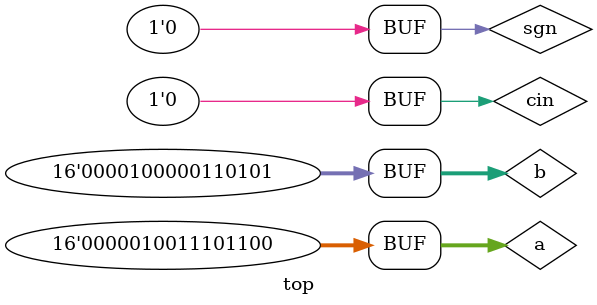
<source format=v>
module top ;

// reg [16:1] a;
// reg [16:1] b;

reg [15:0] a;
reg [15:0] b;
reg cin;
reg sgn;
	// Outputs
// wire [16:1] sum;
// wire [16:1] carry1;
// wire [16:0][1:0]carry;
wire [15:0] ans1;
wire cout;
wire select1;
// RCA16bit m1(a,b,cin,sum,cout);
addsub m2(a,b,sgn,5'd16,ans1,select1);

initial
begin

#10;
    a = 16'b0000000000000000;b=16'b0000000000000000;cin = 1'b0;#10;sgn = 1;
    a = 16'b0000000000000001;b=16'b0000000000000000;cin = 1'b0;#10;sgn = 1;
     a = 16'b0000000000000011;b=16'b0000000000000011;cin = 1'b0; #10;sgn = 1;
     a = 16'b0000000000001011;b=16'b0000000000000111;cin = 1'b0; #10;sgn = 1;
     a = 16'b0000001100001111;b=16'b0000000000001111;cin = 1'b0; #10;sgn = 1;
    // a = 16'd12;b=16'd24;cin = 1'b1; #10;sgn = 1;
    a = 16'b0000001100001111;b=16'b0000000000101111;cin = 1'b0; #10;sgn = 1;
    a = 16'b0000001100001111;b=16'b0000000010001011;cin = 1'b0; #10;sgn = 1;
    a = 16'b0000001100001111;b=16'b0000000000011101;cin = 1'b0; #10;sgn = 1;
    a = 16'b0000001100001111;b=16'b0000000001001111;cin = 1'b0; #10;sgn = 1;
    a = 16'b0000000001010110;b=16'b0000000001011101;cin = 1'b0; #10;sgn = 1;
    a = 16'd5560;b=16'd8101;cin = 1'b0; #10;sgn = 1;
    a = 16'd61560;b=16'd60101;cin = 1'b0;sgn = 0; #10;
    a = 16'd1560;b=16'd100;cin = 1'b0; #10;sgn = 0;
    a = 16'd1260;b=16'd1101;cin = 1'b0; #10;sgn = 0;
    a = 16'd1560;b=16'd100;cin = 1'b0; #10;sgn = 0;
    a = 16'd1260;b=16'd2101;cin = 1'b0; #10;sgn = 0;



    // a = 16'd61560;b=16'd64101;cin = 1'b0; #10;sgn = 0;


    // a = 16'd65536;b=16'd65537;cin = 1'b0; #10;sgn = 0;

    // b = !b;


end

initial
begin
// $monitor("time = %2d,")
$monitor("time = %2d,   a=%d, b=%d, Ans=%d,sgn = %d,neg = %d", $time,a, b,ans1,sgn,select1);
$dumpfile("doubling.vcd");
$dumpvars(0,top);
end

endmodule

</source>
